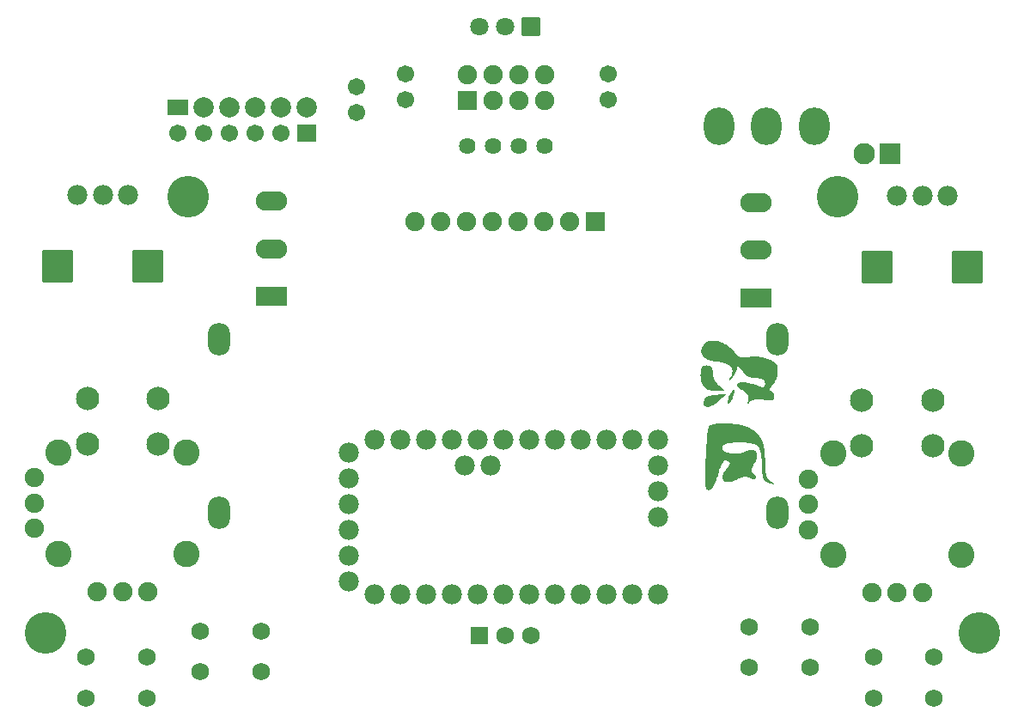
<source format=gts>
G04 Layer: TopSolderMaskLayer*
G04 EasyEDA v6.5.23, 2023-02-02 22:02:21*
G04 32823ceedc35475fa8f26cd2c4d51936,8932fd0543d740e3b58317cc2374636b,10*
G04 Gerber Generator version 0.2*
G04 Scale: 100 percent, Rotated: No, Reflected: No *
G04 Dimensions in millimeters *
G04 leading zeros omitted , absolute positions ,4 integer and 5 decimal *
%FSLAX45Y45*%
%MOMM*%

%AMMACRO1*1,1,$1,$2,$3*1,1,$1,$4,$5*1,1,$1,0-$2,0-$3*1,1,$1,0-$4,0-$5*20,1,$1,$2,$3,$4,$5,0*20,1,$1,$4,$5,0-$2,0-$3,0*20,1,$1,0-$2,0-$3,0-$4,0-$5,0*20,1,$1,0-$4,0-$5,$2,$3,0*4,1,4,$2,$3,$4,$5,0-$2,0-$3,0-$4,0-$5,$2,$3,0*%
%ADD10C,1.7016*%
%ADD11MACRO1,0.1016X0.9X-0.8X-0.9X-0.8*%
%ADD12C,1.9817*%
%ADD13C,1.9812*%
%ADD14MACRO1,0.1016X-0.9X0.9X0.9X0.9*%
%ADD15C,1.9016*%
%ADD16C,1.6256*%
%ADD17MACRO1,0.1016X0.85X-0.85X-0.85X-0.85*%
%ADD18C,1.8016*%
%ADD19MACRO1,0.1016X1X-1X-1X-1*%
%ADD20C,2.1016*%
%ADD21C,2.6016*%
%ADD22C,2.3016*%
%ADD23MACRO1,0.1016X-1.5X-0.9X-1.5X0.9*%
%ADD24O,3.101594X1.9015964*%
%ADD25MACRO1,0.1016X-0.955X0.7493X0.955X0.7493*%
%ADD26C,2.0116*%
%ADD27C,1.7032*%
%ADD28C,1.7272*%
%ADD29O,3.0031944000000004X3.703193*%
%ADD30C,1.9812*%
%ADD31MACRO1,0.2032X1.4X1.5X1.4X-1.5*%
%ADD32MACRO1,0.2032X-0.762X0.762X0.762X0.762*%
%ADD33C,1.9032*%
%ADD34MACRO1,0.2032X0.85X-0.85X-0.85X-0.85*%
%ADD35O,2.2031959999999997X3.2031940000000003*%
%ADD36C,4.1016*%
%ADD37C,0.0180*%

%LPD*%
G36*
X2060956Y838758D02*
G01*
X2050694Y838453D01*
X2040636Y837539D01*
X2030933Y835964D01*
X2021586Y833780D01*
X2012594Y830935D01*
X2004009Y827481D01*
X1995881Y823366D01*
X1988210Y818540D01*
X1981098Y813053D01*
X1977745Y810107D01*
X1971446Y803605D01*
X1965147Y795680D01*
X1959203Y786892D01*
X1954275Y778052D01*
X1950364Y769264D01*
X1947468Y760526D01*
X1945538Y751890D01*
X1944573Y743305D01*
X1944522Y734923D01*
X1945436Y726643D01*
X1947265Y718515D01*
X1948484Y714552D01*
X1951634Y706780D01*
X1955596Y699211D01*
X1960473Y691896D01*
X1963166Y688340D01*
X1969262Y681482D01*
X1976170Y674928D01*
X1983841Y668731D01*
X1992274Y662889D01*
X2001418Y657402D01*
X2011375Y652373D01*
X2021992Y647750D01*
X2033320Y643636D01*
X2045309Y639927D01*
X2058009Y636778D01*
X2071319Y634187D01*
X2085238Y632104D01*
X2101189Y630377D01*
X2117902Y628243D01*
X2133600Y625805D01*
X2148281Y623112D01*
X2161946Y620064D01*
X2174646Y616661D01*
X2186381Y612952D01*
X2197100Y608939D01*
X2206853Y604570D01*
X2215692Y599795D01*
X2223516Y594715D01*
X2227072Y592074D01*
X2233472Y586435D01*
X2238959Y580390D01*
X2241346Y577291D01*
X2245410Y570687D01*
X2247087Y567283D01*
X2249728Y560120D01*
X2250744Y556412D01*
X2251506Y552551D01*
X2252370Y544626D01*
X2252268Y536244D01*
X2251303Y527507D01*
X2249474Y518312D01*
X2246731Y508660D01*
X2243074Y498652D01*
X2238603Y488137D01*
X2226056Y460705D01*
X2221839Y451002D01*
X2219045Y443992D01*
X2217724Y439623D01*
X2217674Y438454D01*
X2217978Y437896D01*
X2218690Y438048D01*
X2219807Y438810D01*
X2223211Y442264D01*
X2228342Y448309D01*
X2254351Y481685D01*
X2263800Y494690D01*
X2272639Y508101D01*
X2280615Y521563D01*
X2287625Y534670D01*
X2293366Y547014D01*
X2297734Y558241D01*
X2299309Y563321D01*
X2300478Y567944D01*
X2301189Y572109D01*
X2301697Y578713D01*
X2302408Y580898D01*
X2303576Y582269D01*
X2305151Y582879D01*
X2307132Y582777D01*
X2309520Y581914D01*
X2312212Y580390D01*
X2315260Y578154D01*
X2322271Y571754D01*
X2330246Y562813D01*
X2339086Y551535D01*
X2355342Y528624D01*
X2362708Y519836D01*
X2370531Y511657D01*
X2378811Y504190D01*
X2387600Y497382D01*
X2396794Y491235D01*
X2406446Y485800D01*
X2416556Y481076D01*
X2427020Y477012D01*
X2437841Y473709D01*
X2449068Y471119D01*
X2460650Y469239D01*
X2472537Y468122D01*
X2502255Y467258D01*
X2517698Y465835D01*
X2524709Y464718D01*
X2531211Y463397D01*
X2537256Y461822D01*
X2542794Y459993D01*
X2547823Y457860D01*
X2552446Y455523D01*
X2556611Y452882D01*
X2560269Y449986D01*
X2563520Y446836D01*
X2566263Y443382D01*
X2568651Y439674D01*
X2570530Y435660D01*
X2572004Y431393D01*
X2573070Y426872D01*
X2573680Y421995D01*
X2573883Y416864D01*
X2573680Y410514D01*
X2573121Y404825D01*
X2572156Y399694D01*
X2570784Y395224D01*
X2569057Y391312D01*
X2566873Y388010D01*
X2564282Y385318D01*
X2561234Y383235D01*
X2557830Y381762D01*
X2553919Y380847D01*
X2549550Y380492D01*
X2544775Y380746D01*
X2539542Y381558D01*
X2533802Y382981D01*
X2527604Y384911D01*
X2500731Y395274D01*
X2487574Y399948D01*
X2462072Y408127D01*
X2449779Y411632D01*
X2437790Y414782D01*
X2426157Y417525D01*
X2404059Y421893D01*
X2383586Y424840D01*
X2373985Y425805D01*
X2364892Y426415D01*
X2356256Y426669D01*
X2348179Y426618D01*
X2340559Y426262D01*
X2333548Y425551D01*
X2327097Y424586D01*
X2321204Y423265D01*
X2315972Y421690D01*
X2311349Y419760D01*
X2307336Y417626D01*
X2304034Y415137D01*
X2301443Y412445D01*
X2299512Y409448D01*
X2298344Y406146D01*
X2297938Y402640D01*
X2298293Y398881D01*
X2299411Y394919D01*
X2301392Y390652D01*
X2304186Y386181D01*
X2307793Y381508D01*
X2312314Y376631D01*
X2317750Y371500D01*
X2324049Y366166D01*
X2331313Y360629D01*
X2339492Y354939D01*
X2348687Y349046D01*
X2370328Y336296D01*
X2375966Y332689D01*
X2381199Y328930D01*
X2386025Y325120D01*
X2390444Y321157D01*
X2394458Y317144D01*
X2398064Y313029D01*
X2401265Y308864D01*
X2404059Y304546D01*
X2406446Y300177D01*
X2408478Y295706D01*
X2410053Y291134D01*
X2411222Y286461D01*
X2411984Y281736D01*
X2412339Y276961D01*
X2412288Y272034D01*
X2411831Y267055D01*
X2410917Y262026D01*
X2409647Y256895D01*
X2404618Y242316D01*
X2402128Y234492D01*
X2400452Y228142D01*
X2399588Y223266D01*
X2399538Y219862D01*
X2400350Y217932D01*
X2402078Y217373D01*
X2404668Y218287D01*
X2408174Y220573D01*
X2412593Y224282D01*
X2417978Y229311D01*
X2427071Y238302D01*
X2430221Y240792D01*
X2433726Y243128D01*
X2437587Y245313D01*
X2446223Y249275D01*
X2456078Y252577D01*
X2466949Y255320D01*
X2478735Y257352D01*
X2491333Y258775D01*
X2504643Y259486D01*
X2518511Y259537D01*
X2532837Y258825D01*
X2547467Y257454D01*
X2581402Y252272D01*
X2598115Y250190D01*
X2612593Y249072D01*
X2624988Y248920D01*
X2630424Y249275D01*
X2635402Y249885D01*
X2639923Y250748D01*
X2643987Y251866D01*
X2647645Y253339D01*
X2650896Y255066D01*
X2653741Y257048D01*
X2656230Y259384D01*
X2658313Y262026D01*
X2660142Y264972D01*
X2661615Y268224D01*
X2662732Y271830D01*
X2663647Y275742D01*
X2664561Y284581D01*
X2664714Y289509D01*
X2664358Y296519D01*
X2663444Y303225D01*
X2661920Y309575D01*
X2659888Y315518D01*
X2657398Y321005D01*
X2654401Y325983D01*
X2651048Y330352D01*
X2647340Y334060D01*
X2643327Y337058D01*
X2639009Y339293D01*
X2634437Y340664D01*
X2624836Y341579D01*
X2621076Y342849D01*
X2618384Y344982D01*
X2616758Y347878D01*
X2616200Y351536D01*
X2616758Y355955D01*
X2618384Y361086D01*
X2621026Y366877D01*
X2624734Y373380D01*
X2629509Y380492D01*
X2635300Y388213D01*
X2646375Y401574D01*
X2654300Y411784D01*
X2661615Y422148D01*
X2668270Y432612D01*
X2674315Y443280D01*
X2679700Y454151D01*
X2684424Y465175D01*
X2688539Y476453D01*
X2691993Y487934D01*
X2694889Y499618D01*
X2697124Y511606D01*
X2698750Y523849D01*
X2699766Y536346D01*
X2700172Y549148D01*
X2699969Y562305D01*
X2699156Y575716D01*
X2698546Y582574D01*
X2698038Y585876D01*
X2697175Y589178D01*
X2695956Y592480D01*
X2694381Y595782D01*
X2692501Y599084D01*
X2690317Y602386D01*
X2684983Y608888D01*
X2678480Y615289D01*
X2670962Y621538D01*
X2662428Y627634D01*
X2652979Y633577D01*
X2642717Y639318D01*
X2631744Y644804D01*
X2620060Y650036D01*
X2607818Y654964D01*
X2595067Y659587D01*
X2581910Y663854D01*
X2568397Y667715D01*
X2554630Y671220D01*
X2540660Y674268D01*
X2526639Y676859D01*
X2512568Y678992D01*
X2498598Y680567D01*
X2484729Y681634D01*
X2471115Y682091D01*
X2457805Y681990D01*
X2444902Y681228D01*
X2432456Y679856D01*
X2407107Y675182D01*
X2394610Y673303D01*
X2382926Y672084D01*
X2371953Y671626D01*
X2361590Y671982D01*
X2351786Y673100D01*
X2342388Y675132D01*
X2333294Y677976D01*
X2324506Y681786D01*
X2315870Y686562D01*
X2307234Y692302D01*
X2298598Y699058D01*
X2289860Y706932D01*
X2280869Y715873D01*
X2271522Y725932D01*
X2252980Y747217D01*
X2243734Y756716D01*
X2234133Y765810D01*
X2224227Y774344D01*
X2214067Y782421D01*
X2203602Y789990D01*
X2192934Y797052D01*
X2182114Y803554D01*
X2171141Y809548D01*
X2160066Y814984D01*
X2148890Y819912D01*
X2137664Y824280D01*
X2126437Y828090D01*
X2115261Y831342D01*
X2104136Y833983D01*
X2093112Y836066D01*
X2082190Y837590D01*
X2071471Y838504D01*
G37*
G36*
X1998725Y594309D02*
G01*
X1992020Y594156D01*
X1985822Y593648D01*
X1980031Y592785D01*
X1974697Y591566D01*
X1969770Y589991D01*
X1965299Y587959D01*
X1961184Y585470D01*
X1957476Y582574D01*
X1954123Y579221D01*
X1951126Y575310D01*
X1948484Y570941D01*
X1946198Y566064D01*
X1944217Y560628D01*
X1942541Y554634D01*
X1941118Y548030D01*
X1940052Y540867D01*
X1939188Y533044D01*
X1938274Y515467D01*
X1938223Y498652D01*
X1938782Y485038D01*
X1939798Y472033D01*
X1941423Y459740D01*
X1943557Y448056D01*
X1946249Y437032D01*
X1949450Y426618D01*
X1953260Y416864D01*
X1957628Y407720D01*
X1962556Y399186D01*
X1968093Y391312D01*
X1974189Y383997D01*
X1980895Y377240D01*
X1988159Y371144D01*
X1996084Y365607D01*
X2004568Y360680D01*
X2013712Y356260D01*
X2023465Y352450D01*
X2033828Y349250D01*
X2044801Y346557D01*
X2056434Y344373D01*
X2068728Y342798D01*
X2081682Y341731D01*
X2095296Y341223D01*
X2135987Y341274D01*
X2148738Y341630D01*
X2158847Y342290D01*
X2166416Y343408D01*
X2169210Y344119D01*
X2171395Y345033D01*
X2172970Y346100D01*
X2173935Y347319D01*
X2174290Y348742D01*
X2174036Y350367D01*
X2173173Y352196D01*
X2171750Y354228D01*
X2169718Y356565D01*
X2163978Y361950D01*
X2156002Y368452D01*
X2121814Y394055D01*
X2112670Y402082D01*
X2108250Y406450D01*
X2099868Y415848D01*
X2092045Y425907D01*
X2084933Y436575D01*
X2078532Y447700D01*
X2072944Y459181D01*
X2068169Y470865D01*
X2066137Y476707D01*
X2062835Y488442D01*
X2061565Y494284D01*
X2059838Y505815D01*
X2059381Y511454D01*
X2059127Y525170D01*
X2058771Y532841D01*
X2058111Y539953D01*
X2057196Y546608D01*
X2055977Y552805D01*
X2054504Y558495D01*
X2052726Y563727D01*
X2050643Y568502D01*
X2048205Y572820D01*
X2045512Y576732D01*
X2042414Y580237D01*
X2039061Y583285D01*
X2035302Y585978D01*
X2031187Y588264D01*
X2026767Y590143D01*
X2021890Y591667D01*
X2016709Y592836D01*
X2011121Y593648D01*
X2005126Y594156D01*
G37*
G36*
X2264765Y357784D02*
G01*
X2263190Y357733D01*
X2261311Y356870D01*
X2259177Y355295D01*
X2256790Y353060D01*
X2254148Y350113D01*
X2248357Y342341D01*
X2245156Y337616D01*
X2238502Y326542D01*
X2231491Y313639D01*
X2224278Y299161D01*
X2217318Y283565D01*
X2211578Y268579D01*
X2209241Y261569D01*
X2205736Y248513D01*
X2204516Y242570D01*
X2203704Y237134D01*
X2203246Y232156D01*
X2203196Y227736D01*
X2203551Y223875D01*
X2204313Y220624D01*
X2205482Y218033D01*
X2207056Y216103D01*
X2209038Y214934D01*
X2211425Y214579D01*
X2214321Y215036D01*
X2217369Y216357D01*
X2220468Y218490D01*
X2223719Y221437D01*
X2227021Y225044D01*
X2230374Y229260D01*
X2233726Y234035D01*
X2240381Y245110D01*
X2246782Y257708D01*
X2252827Y271373D01*
X2258263Y285597D01*
X2262936Y299821D01*
X2266594Y313639D01*
X2269134Y326491D01*
X2269896Y332435D01*
X2270302Y337921D01*
X2270302Y342950D01*
X2269896Y347472D01*
X2269083Y351332D01*
X2267813Y354584D01*
X2266035Y357073D01*
G37*
G36*
X2195474Y308102D02*
G01*
X2113483Y306120D01*
X2100580Y305409D01*
X2087422Y304342D01*
X2074316Y302971D01*
X2061464Y301294D01*
X2049170Y299364D01*
X2037537Y297180D01*
X2026970Y294894D01*
X2017572Y292404D01*
X2009648Y289864D01*
X2006295Y288544D01*
X2001164Y285953D01*
X1996236Y282702D01*
X1991563Y278790D01*
X1987245Y274370D01*
X1983181Y269443D01*
X1979574Y264109D01*
X1976374Y258419D01*
X1973630Y252526D01*
X1971446Y246430D01*
X1969820Y240182D01*
X1968804Y233934D01*
X1968449Y227736D01*
X1968601Y222707D01*
X1969007Y217982D01*
X1969719Y213614D01*
X1970684Y209550D01*
X1971903Y205790D01*
X1973427Y202387D01*
X1975205Y199288D01*
X1977237Y196494D01*
X1979472Y194056D01*
X1982012Y191871D01*
X1984756Y190042D01*
X1987753Y188569D01*
X1991004Y187350D01*
X1994458Y186486D01*
X1998167Y185928D01*
X2002078Y185674D01*
X2006193Y185724D01*
X2010511Y186131D01*
X2015083Y186842D01*
X2024735Y189179D01*
X2035251Y192735D01*
X2046427Y197561D01*
X2058365Y203657D01*
X2070963Y210972D01*
X2084171Y219506D01*
X2097989Y229260D01*
X2112416Y240233D01*
G37*
G36*
X2170480Y24282D02*
G01*
X2142794Y23774D01*
X2129536Y23114D01*
X2116683Y22199D01*
X2104339Y21031D01*
X2092502Y19558D01*
X2081326Y17830D01*
X2070760Y15798D01*
X2060956Y13512D01*
X2051964Y10972D01*
X2043734Y8128D01*
X2036419Y4978D01*
X2030069Y1574D01*
X2024684Y-2133D01*
X2022398Y-4064D01*
X2018690Y-8178D01*
X2017217Y-10363D01*
X2016048Y-12598D01*
X2014829Y-16256D01*
X2013204Y-24638D01*
X2011425Y-37134D01*
X2009495Y-53441D01*
X2005431Y-96418D01*
X2001164Y-150876D01*
X1996897Y-214375D01*
X1992833Y-284276D01*
X1988312Y-377444D01*
X1986127Y-429209D01*
X1984654Y-473811D01*
X1983892Y-511809D01*
X1983790Y-528421D01*
X1984248Y-557326D01*
X1984806Y-569722D01*
X1985568Y-580796D01*
X1986584Y-590651D01*
X1987804Y-599338D01*
X1989277Y-606856D01*
X1991055Y-613359D01*
X1993036Y-618845D01*
X1995322Y-623417D01*
X1997913Y-627075D01*
X2000757Y-629920D01*
X2003856Y-632053D01*
X2007311Y-633425D01*
X2011070Y-634238D01*
X2015083Y-634390D01*
X2019503Y-634085D01*
X2024176Y-633323D01*
X2026869Y-632612D01*
X2029612Y-631545D01*
X2032355Y-630174D01*
X2037994Y-626414D01*
X2040889Y-624078D01*
X2046681Y-618439D01*
X2052523Y-611682D01*
X2058416Y-603758D01*
X2064308Y-594766D01*
X2070201Y-584758D01*
X2076043Y-573836D01*
X2081784Y-562000D01*
X2087372Y-549300D01*
X2092858Y-535787D01*
X2098141Y-521563D01*
X2103221Y-506679D01*
X2108047Y-491134D01*
X2118106Y-455320D01*
X2123440Y-437337D01*
X2128672Y-421081D01*
X2133803Y-406450D01*
X2138832Y-393395D01*
X2143861Y-381965D01*
X2148890Y-372059D01*
X2153920Y-363626D01*
X2159000Y-356616D01*
X2164181Y-351078D01*
X2166772Y-348792D01*
X2169414Y-346811D01*
X2174798Y-343916D01*
X2177542Y-342950D01*
X2180336Y-342290D01*
X2186025Y-341934D01*
X2188972Y-342188D01*
X2195017Y-343560D01*
X2203856Y-347065D01*
X2213457Y-351586D01*
X2217318Y-353822D01*
X2220620Y-356057D01*
X2223312Y-358343D01*
X2225395Y-360781D01*
X2226868Y-363321D01*
X2227732Y-366014D01*
X2227935Y-368960D01*
X2227580Y-372059D01*
X2226614Y-375513D01*
X2225040Y-379222D01*
X2222855Y-383286D01*
X2220061Y-387756D01*
X2212594Y-397916D01*
X2202688Y-410006D01*
X2192477Y-421944D01*
X2184603Y-431952D01*
X2177643Y-441756D01*
X2171598Y-451256D01*
X2166467Y-460552D01*
X2162200Y-469493D01*
X2158796Y-478180D01*
X2156256Y-486460D01*
X2154529Y-494436D01*
X2153615Y-502005D01*
X2153462Y-509219D01*
X2154072Y-515975D01*
X2154631Y-519226D01*
X2156358Y-525322D01*
X2158796Y-530961D01*
X2161946Y-536092D01*
X2165756Y-540715D01*
X2170226Y-544830D01*
X2175306Y-548386D01*
X2181047Y-551383D01*
X2187346Y-553770D01*
X2194204Y-555548D01*
X2201672Y-556666D01*
X2209647Y-557123D01*
X2218131Y-556971D01*
X2227173Y-556056D01*
X2236622Y-554431D01*
X2246579Y-552094D01*
X2256942Y-548995D01*
X2267762Y-545084D01*
X2278938Y-540410D01*
X2290521Y-534924D01*
X2314702Y-522122D01*
X2326589Y-516686D01*
X2338171Y-512267D01*
X2349449Y-508812D01*
X2360422Y-506425D01*
X2371140Y-504951D01*
X2381504Y-504545D01*
X2386634Y-504698D01*
X2396591Y-505714D01*
X2401519Y-506628D01*
X2411120Y-509168D01*
X2420467Y-512724D01*
X2435555Y-520395D01*
X2441194Y-522884D01*
X2446578Y-524865D01*
X2451658Y-526288D01*
X2456434Y-527253D01*
X2460853Y-527659D01*
X2464968Y-527659D01*
X2468727Y-527253D01*
X2472131Y-526389D01*
X2475128Y-525170D01*
X2477770Y-523595D01*
X2480005Y-521665D01*
X2481884Y-519430D01*
X2483307Y-516940D01*
X2484272Y-514146D01*
X2484831Y-511149D01*
X2484932Y-507949D01*
X2484628Y-504545D01*
X2483764Y-500989D01*
X2482443Y-497332D01*
X2480665Y-493522D01*
X2478328Y-489661D01*
X2475484Y-485749D01*
X2472131Y-481787D01*
X2468219Y-477774D01*
X2463749Y-473811D01*
X2458720Y-469900D01*
X2453132Y-466039D01*
X2449931Y-463550D01*
X2447290Y-460552D01*
X2445156Y-457098D01*
X2443632Y-453135D01*
X2442616Y-448767D01*
X2442159Y-443992D01*
X2442260Y-438810D01*
X2442870Y-433222D01*
X2444038Y-427278D01*
X2445715Y-420979D01*
X2447950Y-414375D01*
X2450744Y-407416D01*
X2453995Y-400202D01*
X2457805Y-392684D01*
X2462123Y-384860D01*
X2470607Y-370890D01*
X2477109Y-359206D01*
X2482646Y-347929D01*
X2487218Y-336956D01*
X2490825Y-326440D01*
X2493467Y-316382D01*
X2495245Y-306781D01*
X2496108Y-297688D01*
X2496108Y-289102D01*
X2495296Y-281076D01*
X2494584Y-277266D01*
X2492502Y-270154D01*
X2491181Y-266801D01*
X2487879Y-260654D01*
X2485999Y-257810D01*
X2481580Y-252628D01*
X2479141Y-250291D01*
X2473655Y-246227D01*
X2467457Y-242874D01*
X2464104Y-241503D01*
X2456891Y-239369D01*
X2453030Y-238556D01*
X2449017Y-237998D01*
X2440533Y-237540D01*
X2431440Y-237947D01*
X2421788Y-239267D01*
X2411526Y-241503D01*
X2400706Y-244754D01*
X2389378Y-248920D01*
X2365654Y-259384D01*
X2353411Y-263855D01*
X2340914Y-267614D01*
X2328214Y-270713D01*
X2315413Y-273100D01*
X2302560Y-274828D01*
X2289708Y-275894D01*
X2277008Y-276352D01*
X2264460Y-276148D01*
X2252218Y-275386D01*
X2240280Y-274015D01*
X2228748Y-272034D01*
X2217674Y-269544D01*
X2207209Y-266496D01*
X2197404Y-262890D01*
X2188260Y-258825D01*
X2179929Y-254203D01*
X2172462Y-249123D01*
X2165959Y-243586D01*
X2160422Y-237540D01*
X2158085Y-234391D01*
X2156002Y-231089D01*
X2154224Y-227685D01*
X2152751Y-224231D01*
X2151583Y-220624D01*
X2150770Y-216916D01*
X2150262Y-213156D01*
X2150059Y-209245D01*
X2150262Y-206806D01*
X2150872Y-204419D01*
X2151786Y-202082D01*
X2153107Y-199796D01*
X2154783Y-197612D01*
X2159152Y-193446D01*
X2164791Y-189534D01*
X2171598Y-185928D01*
X2179523Y-182575D01*
X2188514Y-179476D01*
X2198420Y-176682D01*
X2209190Y-174142D01*
X2220722Y-171907D01*
X2232964Y-169976D01*
X2245817Y-168300D01*
X2259177Y-166878D01*
X2272944Y-165760D01*
X2287066Y-164947D01*
X2301494Y-164388D01*
X2316073Y-164134D01*
X2330754Y-164185D01*
X2345436Y-164541D01*
X2360066Y-165150D01*
X2374544Y-166116D01*
X2388717Y-167335D01*
X2402636Y-168859D01*
X2416098Y-170637D01*
X2429052Y-172770D01*
X2441448Y-175209D01*
X2453182Y-177952D01*
X2464155Y-180949D01*
X2474315Y-184302D01*
X2483510Y-187960D01*
X2491740Y-191922D01*
X2498852Y-196189D01*
X2504795Y-200761D01*
X2509164Y-205333D01*
X2512771Y-210667D01*
X2514600Y-213817D01*
X2518054Y-221132D01*
X2521407Y-229616D01*
X2524556Y-239217D01*
X2527554Y-249834D01*
X2530348Y-261315D01*
X2532938Y-273608D01*
X2535275Y-286664D01*
X2537358Y-300278D01*
X2539187Y-314452D01*
X2540762Y-329031D01*
X2541981Y-343916D01*
X2542844Y-359054D01*
X2543403Y-374345D01*
X2543759Y-408889D01*
X2544267Y-426821D01*
X2545080Y-443433D01*
X2546248Y-458774D01*
X2547823Y-472897D01*
X2549702Y-485800D01*
X2552039Y-497585D01*
X2554681Y-508203D01*
X2557780Y-517804D01*
X2561285Y-526288D01*
X2565196Y-533806D01*
X2569565Y-540359D01*
X2574340Y-545947D01*
X2579624Y-550621D01*
X2585313Y-554431D01*
X2591511Y-557377D01*
X2606497Y-563168D01*
X2619806Y-567791D01*
X2631389Y-571296D01*
X2641142Y-573684D01*
X2649016Y-575005D01*
X2655011Y-575259D01*
X2657246Y-575005D01*
X2658973Y-574497D01*
X2660243Y-573735D01*
X2660954Y-572719D01*
X2661158Y-571500D01*
X2660853Y-569976D01*
X2659989Y-568248D01*
X2658567Y-566267D01*
X2654096Y-561644D01*
X2647340Y-556107D01*
X2638298Y-549706D01*
X2626868Y-542442D01*
X2619806Y-537616D01*
X2613304Y-532180D01*
X2607360Y-525983D01*
X2601976Y-519074D01*
X2597150Y-511251D01*
X2592832Y-502513D01*
X2588971Y-492861D01*
X2585618Y-482142D01*
X2582722Y-470306D01*
X2580284Y-457301D01*
X2578252Y-443077D01*
X2576626Y-427583D01*
X2575407Y-410768D01*
X2574544Y-392480D01*
X2574036Y-372719D01*
X2573782Y-333806D01*
X2572969Y-300634D01*
X2572207Y-284988D01*
X2569972Y-255473D01*
X2568498Y-241604D01*
X2566771Y-228295D01*
X2564739Y-215493D01*
X2562453Y-203200D01*
X2559862Y-191414D01*
X2557018Y-180136D01*
X2553817Y-169265D01*
X2550312Y-158851D01*
X2546502Y-148844D01*
X2542336Y-139192D01*
X2537815Y-129946D01*
X2532989Y-121107D01*
X2527757Y-112522D01*
X2522169Y-104292D01*
X2516225Y-96367D01*
X2509875Y-88696D01*
X2503119Y-81330D01*
X2496007Y-74168D01*
X2488438Y-67208D01*
X2480462Y-60502D01*
X2472029Y-53898D01*
X2463139Y-47498D01*
X2453843Y-41249D01*
X2444089Y-35102D01*
X2433828Y-29057D01*
X2423109Y-23114D01*
X2413660Y-18338D01*
X2403500Y-13817D01*
X2392578Y-9550D01*
X2381046Y-5537D01*
X2368956Y-1727D01*
X2356358Y1778D01*
X2343251Y5080D01*
X2329789Y8077D01*
X2315921Y10871D01*
X2301798Y13360D01*
X2272842Y17627D01*
X2250744Y20116D01*
X2235962Y21488D01*
X2206548Y23368D01*
X2177592Y24231D01*
G37*
D10*
G01*
X-3213100Y2882900D03*
G01*
X-2959100Y2882900D03*
G01*
X-2705100Y2882900D03*
G01*
X-2451100Y2882900D03*
G01*
X-2197100Y2882900D03*
D11*
G01*
X-1943100Y2882900D03*
D12*
G01*
X-1274495Y-1662404D03*
D13*
G01*
X-1020495Y-1662404D03*
G01*
X-766495Y-1662404D03*
G01*
X-512495Y-1662404D03*
G01*
X-258495Y-1662404D03*
G01*
X-4495Y-1662404D03*
G01*
X249504Y-1662404D03*
G01*
X503504Y-1662404D03*
G01*
X757504Y-1662404D03*
G01*
X1011504Y-1662404D03*
G01*
X1265504Y-1662404D03*
G01*
X1519504Y-1662404D03*
G01*
X1519504Y-138404D03*
G01*
X1265504Y-138404D03*
G01*
X1011504Y-138404D03*
G01*
X757504Y-138404D03*
G01*
X503504Y-138404D03*
G01*
X249504Y-138404D03*
G01*
X-4495Y-138404D03*
G01*
X-258495Y-138404D03*
G01*
X-512495Y-138404D03*
G01*
X-766495Y-138404D03*
G01*
X-1020495Y-138404D03*
G01*
X-1274495Y-138404D03*
G01*
X-385495Y-392404D03*
G01*
X-131495Y-392404D03*
G01*
X1519504Y-392404D03*
G01*
X1519504Y-646404D03*
G01*
X1519504Y-900404D03*
G01*
X-1528495Y-1535404D03*
G01*
X-1528495Y-1281404D03*
G01*
X-1528495Y-1027404D03*
G01*
X-1528495Y-773404D03*
G01*
X-1528495Y-519404D03*
G01*
X-1528495Y-265404D03*
D14*
G01*
X-359834Y3201809D03*
D15*
G01*
X-360095Y3455822D03*
G01*
X-106095Y3201822D03*
G01*
X-106095Y3455822D03*
G01*
X147904Y3201822D03*
G01*
X147904Y3455822D03*
G01*
X401904Y3201822D03*
G01*
X401904Y3455822D03*
D16*
G01*
X-360095Y2757195D03*
G01*
X-105892Y2757195D03*
G01*
X148310Y2757195D03*
G01*
X402513Y2757195D03*
D17*
G01*
X266700Y3937000D03*
D18*
G01*
X12700Y3937000D03*
G01*
X-241300Y3937000D03*
D10*
G01*
X1024204Y3468395D03*
G01*
X1024204Y3214395D03*
G01*
X-969695Y3468395D03*
G01*
X-969695Y3214395D03*
D19*
G01*
X3805504Y2680995D03*
D20*
G01*
X3551504Y2680995D03*
D15*
G01*
X-4630724Y-512571D03*
G01*
X-4630724Y-762584D03*
G01*
X-4630724Y-1012570D03*
G01*
X-4007738Y-1635582D03*
G01*
X-3757752Y-1635582D03*
G01*
X-3507739Y-1635582D03*
D21*
G01*
X-3125266Y-1262583D03*
G01*
X-3125266Y-262585D03*
G01*
X-4390262Y-262585D03*
G01*
X-4390262Y-1262583D03*
D22*
G01*
X-3405835Y-183387D03*
G01*
X-4105833Y-183387D03*
G01*
X-3405835Y266598D03*
G01*
X-4105833Y266598D03*
D15*
G01*
X3001975Y-525271D03*
G01*
X3001975Y-775284D03*
G01*
X3001975Y-1025270D03*
G01*
X3624961Y-1648282D03*
G01*
X3874947Y-1648282D03*
G01*
X4124959Y-1648282D03*
D21*
G01*
X4507433Y-1275283D03*
G01*
X4507433Y-275285D03*
G01*
X3242436Y-275285D03*
G01*
X3242436Y-1275283D03*
D22*
G01*
X4226864Y-196087D03*
G01*
X3526866Y-196087D03*
G01*
X4226864Y253898D03*
G01*
X3526866Y253898D03*
D23*
G01*
X-2290495Y1271193D03*
D24*
G01*
X-2290495Y1741195D03*
G01*
X-2290495Y2211196D03*
D23*
G01*
X2484704Y1258493D03*
D24*
G01*
X2484704Y1728495D03*
G01*
X2484704Y2198496D03*
D25*
G01*
X-3213100Y3136900D03*
D26*
G01*
X-2959100Y3136900D03*
G01*
X-2705100Y3136900D03*
G01*
X-2451100Y3136900D03*
G01*
X-2197100Y3136900D03*
G01*
X-1943100Y3136900D03*
D27*
G01*
X-1452295Y3087395D03*
G01*
X-1452295Y3341395D03*
D28*
G01*
X-3519347Y-2284704D03*
G01*
X-4119295Y-2284704D03*
G01*
X-3519347Y-2684754D03*
G01*
X-4119295Y-2684754D03*
G01*
X-2992043Y-2424404D03*
G01*
X-2392095Y-2424404D03*
G01*
X-2992043Y-2024354D03*
G01*
X-2392095Y-2024354D03*
G01*
X2418156Y-2386304D03*
G01*
X3018104Y-2386304D03*
G01*
X2418156Y-1986254D03*
G01*
X3018104Y-1986254D03*
G01*
X4240352Y-2284704D03*
G01*
X3640404Y-2284704D03*
G01*
X4240352Y-2684754D03*
G01*
X3640404Y-2684754D03*
D29*
G01*
X3056305Y2947695D03*
G01*
X2586304Y2947695D03*
G01*
X2116302Y2947695D03*
G01*
X2586304Y2947695D03*
D30*
G01*
X-3954195Y2274595D03*
G01*
X-4204182Y2274595D03*
G01*
X-3704183Y2274595D03*
D31*
G01*
X-3509695Y1572031D03*
G01*
X-4396155Y1574571D03*
D30*
G01*
X4123004Y2261895D03*
G01*
X3873017Y2261895D03*
G01*
X4373016Y2261895D03*
D31*
G01*
X4567504Y1559331D03*
G01*
X3681044Y1561871D03*
D32*
G01*
X-245795Y-2068804D03*
D28*
G01*
X8204Y-2068804D03*
G01*
X262204Y-2068804D03*
D33*
G01*
X-877900Y2011197D03*
G01*
X-623900Y2011197D03*
G01*
X-369900Y2011197D03*
G01*
X-115900Y2011197D03*
G01*
X138099Y2011197D03*
G01*
X392099Y2011197D03*
G01*
X646099Y2011197D03*
D34*
G01*
X900104Y2011194D03*
D35*
G01*
X-2805303Y852195D03*
G01*
X2694686Y852195D03*
G01*
X2694000Y-855446D03*
G01*
X-2805988Y-855446D03*
D36*
G01*
X3286302Y2255291D03*
G01*
X-3113684Y2255291D03*
G01*
X-4513681Y-2044700D03*
G01*
X4686300Y-2044700D03*
M02*

</source>
